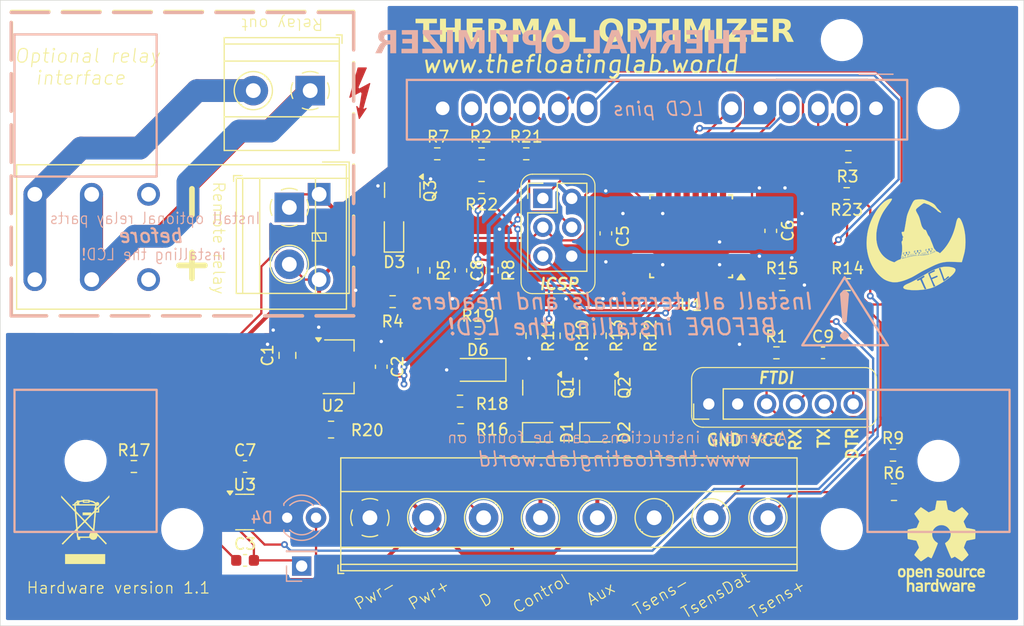
<source format=kicad_pcb>
(kicad_pcb
	(version 20240108)
	(generator "pcbnew")
	(generator_version "8.0")
	(general
		(thickness 1.6)
		(legacy_teardrops no)
	)
	(paper "A4")
	(layers
		(0 "F.Cu" signal)
		(31 "B.Cu" signal)
		(32 "B.Adhes" user "B.Adhesive")
		(33 "F.Adhes" user "F.Adhesive")
		(34 "B.Paste" user)
		(35 "F.Paste" user)
		(36 "B.SilkS" user "B.Silkscreen")
		(37 "F.SilkS" user "F.Silkscreen")
		(38 "B.Mask" user)
		(39 "F.Mask" user)
		(40 "Dwgs.User" user "User.Drawings")
		(41 "Cmts.User" user "User.Comments")
		(42 "Eco1.User" user "User.Eco1")
		(43 "Eco2.User" user "User.Eco2")
		(44 "Edge.Cuts" user)
		(45 "Margin" user)
		(46 "B.CrtYd" user "B.Courtyard")
		(47 "F.CrtYd" user "F.Courtyard")
		(48 "B.Fab" user)
		(49 "F.Fab" user)
		(50 "User.1" user)
		(51 "User.2" user)
		(52 "User.3" user)
		(53 "User.4" user)
		(54 "User.5" user)
		(55 "User.6" user)
		(56 "User.7" user)
		(57 "User.8" user)
		(58 "User.9" user)
	)
	(setup
		(pad_to_mask_clearance 0)
		(allow_soldermask_bridges_in_footprints no)
		(pcbplotparams
			(layerselection 0x00010fc_ffffffff)
			(plot_on_all_layers_selection 0x0000000_00000000)
			(disableapertmacros no)
			(usegerberextensions yes)
			(usegerberattributes no)
			(usegerberadvancedattributes no)
			(creategerberjobfile no)
			(dashed_line_dash_ratio 12.000000)
			(dashed_line_gap_ratio 3.000000)
			(svgprecision 4)
			(plotframeref no)
			(viasonmask no)
			(mode 1)
			(useauxorigin no)
			(hpglpennumber 1)
			(hpglpenspeed 20)
			(hpglpendiameter 15.000000)
			(pdf_front_fp_property_popups yes)
			(pdf_back_fp_property_popups yes)
			(dxfpolygonmode yes)
			(dxfimperialunits yes)
			(dxfusepcbnewfont yes)
			(psnegative no)
			(psa4output no)
			(plotreference yes)
			(plotvalue yes)
			(plotfptext yes)
			(plotinvisibletext no)
			(sketchpadsonfab no)
			(subtractmaskfromsilk yes)
			(outputformat 1)
			(mirror no)
			(drillshape 0)
			(scaleselection 1)
			(outputdirectory "")
		)
	)
	(net 0 "")
	(net 1 "Net-(D3-A)")
	(net 2 "Net-(D1-A)")
	(net 3 "Net-(D2-A)")
	(net 4 "Net-(D4-K)")
	(net 5 "Net-(D1-K)")
	(net 6 "Net-(U2-VIN)")
	(net 7 "Net-(U1-PB2)")
	(net 8 "Net-(J1-Pin_5)")
	(net 9 "Net-(J1-Pin_4)")
	(net 10 "Net-(M1-Backlight_+)")
	(net 11 "Net-(M1-Contrast)")
	(net 12 "Net-(U1-PC1)")
	(net 13 "Net-(J3-Pin_8)")
	(net 14 "Net-(Q1-G)")
	(net 15 "Net-(U1-PC3)")
	(net 16 "Net-(Q2-G)")
	(net 17 "Net-(Q3-G)")
	(net 18 "Net-(U1-PC4)")
	(net 19 "Net-(D6-K)")
	(net 20 "Net-(D4-A)")
	(net 21 "Net-(J1-Pin_3)")
	(net 22 "Net-(J1-Pin_1)")
	(net 23 "Net-(J2-Pin_1)")
	(net 24 "unconnected-(U3-Toggle-Pad6)")
	(net 25 "Net-(U1-PD2)")
	(net 26 "Net-(J5-Pin_5)")
	(net 27 "Net-(U1-AREF)")
	(net 28 "unconnected-(U1-XTAL1{slash}PB6-Pad7)")
	(net 29 "Net-(J5-Pin_4)")
	(net 30 "Net-(M1-D5)")
	(net 31 "Net-(M1-D6)")
	(net 32 "unconnected-(U1-XTAL2{slash}PB7-Pad8)")
	(net 33 "Net-(M1-D7)")
	(net 34 "Net-(M1-D4)")
	(net 35 "Net-(M1-EN)")
	(net 36 "Net-(M1-RS)")
	(net 37 "Net-(J5-Pin_6)")
	(net 38 "Net-(J3-Pin_7)")
	(net 39 "Net-(R2-Pad2)")
	(net 40 "Net-(R22-Pad1)")
	(net 41 "Net-(U1-PC0)")
	(net 42 "Net-(U1-PD3)")
	(net 43 "Net-(U1-PE1)")
	(net 44 "Net-(J3-Pin_3)")
	(net 45 "Net-(J4-Pin_2)")
	(net 46 "Net-(J4-Pin_1)")
	(net 47 "unconnected-(K1-Pad12)")
	(net 48 "Net-(J1-Pin_2)")
	(footprint "Capacitor_SMD:C_0603_1608Metric" (layer "F.Cu") (at 167.75 80.25 -90))
	(footprint "Diode_SMD:D_SOD-323" (layer "F.Cu") (at 179.8225 94.48))
	(footprint "Symbol:OSHW-Logo_7.5x8mm_SilkScreen" (layer "F.Cu") (at 210 104.5))
	(footprint "Capacitor_SMD:C_0603_1608Metric" (layer "F.Cu") (at 148.775 105.75 180))
	(footprint "Connector_PinHeader_2.54mm:PinHeader_1x06_P2.54mm_Vertical" (layer "F.Cu") (at 189.55 92 90))
	(footprint "Capacitor_SMD:C_0603_1608Metric" (layer "F.Cu") (at 160.75 88.725 -90))
	(footprint "Capacitor_SMD:C_0805_2012Metric" (layer "F.Cu") (at 152.5 87.725 -90))
	(footprint "Package_QFP:TQFP-32_7x7mm_P0.8mm" (layer "F.Cu") (at 188 77.25 180))
	(footprint "logos:tfl-logo09mm" (layer "F.Cu") (at 207.78 78.02))
	(footprint "Resistor_SMD:R_0603_1608Metric" (layer "F.Cu") (at 165.675 70 180))
	(footprint "MountingHole:MountingHole_3.2mm_M3_DIN965" (layer "F.Cu") (at 143.25 60))
	(footprint "Resistor_SMD:R_0603_1608Metric" (layer "F.Cu") (at 164.5 80.25 90))
	(footprint "Resistor_SMD:R_0603_1608Metric" (layer "F.Cu") (at 174 86 -90))
	(footprint "Resistor_SMD:R_0805_2012Metric" (layer "F.Cu") (at 205.8375 99.75))
	(footprint "Symbol:WEEE-Logo_4.2x6mm_SilkScreen" (layer "F.Cu") (at 134.72 103.05))
	(footprint "Resistor_SMD:R_0603_1608Metric" (layer "F.Cu") (at 167.675 91.75 180))
	(footprint "Capacitor_SMD:C_0603_1608Metric" (layer "F.Cu") (at 180.5 77 90))
	(footprint "MountingHole:MountingHole_3.2mm_M3_DIN965" (layer "F.Cu") (at 201.25 103))
	(footprint "Resistor_SMD:R_0603_1608Metric" (layer "F.Cu") (at 180 86 -90))
	(footprint "Capacitor_SMD:C_0603_1608Metric" (layer "F.Cu") (at 148.775 97.5))
	(footprint "Resistor_SMD:R_0603_1608Metric" (layer "F.Cu") (at 183 86 -90))
	(footprint "Diode_SMD:D_SOD-323" (layer "F.Cu") (at 161.87 77.03 90))
	(footprint "Resistor_SMD:R_0603_1608Metric"
		(layer "F.Cu")
		(uuid "7661a33d-692d-424d-953d-36285c5413a5")
		(at 169.57 72.96)
		(descr "Resistor SMD 0603 (1608 Metric), square (rectangular) end terminal, IPC_7351 nominal, (Body size source: IPC-SM-782 page 72, https://www.pcb-3d.com/wordpress/wp-content/uploads/ipc-sm-782a_amendment_1_and_2.pdf), generated with kicad-footprint-generator")
		(tags "resistor")
		(property "Reference" "R22"
			(at 0 1.5 0)
			(layer "F.SilkS")
			(uuid "14caa2e2-b300-49b6-bc24-e23fd292fb10")
			(effects
				(font
					(size 1 1)
					(thickness 0.15)
				)
			)
		)
		(property "Value" "1k5"
			(at 0 1.43 0)
			(layer "F.Fab")
			(uuid "aee9556e-8064-4946-8eb7-293eec4ff896")
			(effects
				(font
					(size 1 1)
					(thickness 0.15)
				)
			)
		)
		(property "Footprint" "Resistor_SMD:R_0603_1608Metric"
			(at 0 0 0)
			(unlocked yes)
			(layer "F.Fab")
			(hide yes)
			(uuid "b6c79740-4c18-414c-8b4a-7a0d6efef68f")
			(effects
				(font
					(size 1.27 1.27)
				)
			)
		)
		(property "Datasheet" ""
			(at 0 0 0)
			(unlocked yes)
			(layer "F.Fab")
			(hide yes)
			(uuid "87710d74-6199-467c-b8a4-87d15f7cf937")
			(effects
				(font
					(size 1.27 1.27)
				)
			)
		)
		(property "Description" "Resistor"
			(at 0 0 0)
			(unlocked yes)
			(layer "F.Fab")
			(hide yes)
			(uuid "ac6d76a6-30c6-4226-b5eb-de23e86e8ab6")
			(effects
				(font
					(size 1.27 1.27)
				)
			)
		)
		(property "LCSC" "C22843"
			(at 0 0 0)
			(unlocked yes)
			(layer "F.Fab")
			(hide yes)
			(uuid "ce8dfca8-8f84-4857-b1a0-463c64be11e3")
			(effects
				(font
					(size 1 1)
					(thickness 0.15)
				)
			)
		)
		(property ki_fp_filters "R_*")
		(path "/a0dcacd1-2d38-4d15-9bbc-a7459afd4607")
		(sheetname "Root")
		(sheetfile "Optimizer_1.1ry.kicad_sch")
		(attr smd)
		(fp_line
			(start -0.237258 -0.5225)
			(end 0.237258 -0.5225)
			(stroke
				(width 0.12)
				(type solid)
			)
			(layer "F.SilkS")
			(uuid "2a3655d1-39a7-4bc9-9462-40b809ea9559")
		)
		(fp_line
			(start -0.237258 0.5225)
			(end 0.237258 0.5225)
			(stroke
				(width 0.12)
				(type solid)
			)
			(layer "F.SilkS")
			(uuid "ae1f2269-cdd4-4b6c-a1e1-df44011a8137")
		)
		(fp_line
			(start -1.48 -0.73)
			(end 1.48 -0.73)
			(stroke
				(width 0.05)
				(type solid)
			)
			(layer "F.CrtYd")
			(uuid "a5e9573e-c8cb-47b5-b63f-fef654cd26dd")
		)
		(fp_line
			(start -1.48 0.73)
			(end -1.48 -0.73)
			(stroke
				(width 0.05)
				(type solid)
			)
			(layer "F.CrtYd")
			(uuid "68a5cd1f-e0c7-425a-9115-1fd8031e48c1")
		)
		(fp_line
			(start 1.48 -0.73)
			(end 1.48 0.73)
			(stroke
				(width 0.05)
				(type solid)
			)
			(layer "F.CrtYd")
			(uuid "b7c6adb0-eaf6-4d0a-bc1d-d7802ca92e77")
		)
		(fp_line
			(start 1.48 0.73)
			(end -1.48 0.73)
			(stroke
				(width 0.05)
				(type solid)
			)
			(layer "F.CrtYd")
			(uuid "285253bc-3c38-412d-a784-d276f94d7379")
		)
		(fp_line
			(start -0.8 -0.4125)
			(end 0.8 -0.4125)
			(stroke
				(width 0.1)

... [472611 chars truncated]
</source>
